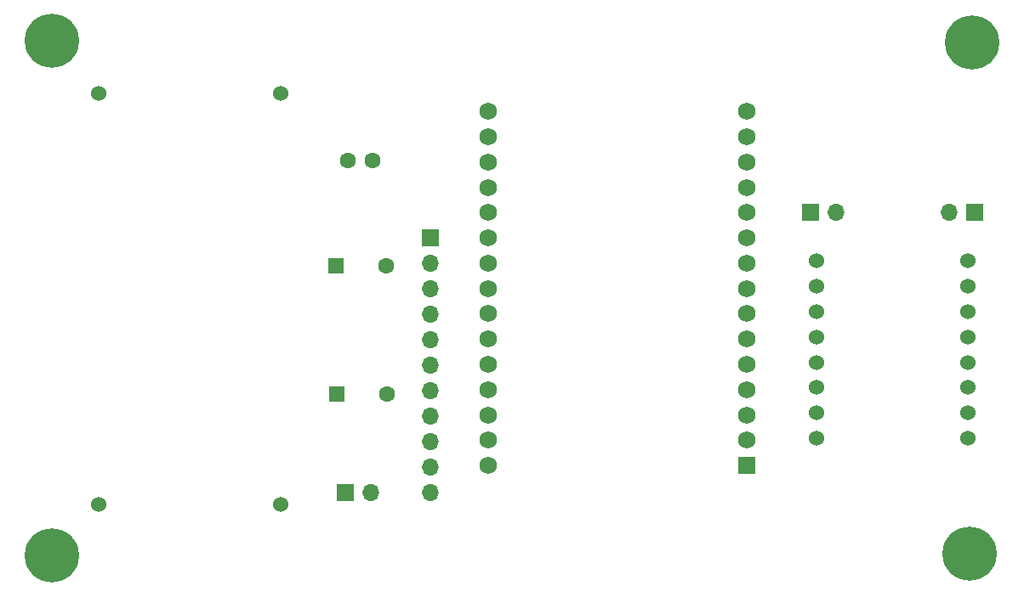
<source format=gbs>
G04 #@! TF.GenerationSoftware,KiCad,Pcbnew,7.0.7*
G04 #@! TF.CreationDate,2024-05-28T19:52:44+02:00*
G04 #@! TF.ProjectId,linefollower_pcb,6c696e65-666f-46c6-9c6f-7765725f7063,rev?*
G04 #@! TF.SameCoordinates,Original*
G04 #@! TF.FileFunction,Soldermask,Bot*
G04 #@! TF.FilePolarity,Negative*
%FSLAX46Y46*%
G04 Gerber Fmt 4.6, Leading zero omitted, Abs format (unit mm)*
G04 Created by KiCad (PCBNEW 7.0.7) date 2024-05-28 19:52:44*
%MOMM*%
%LPD*%
G01*
G04 APERTURE LIST*
G04 Aperture macros list*
%AMRoundRect*
0 Rectangle with rounded corners*
0 $1 Rounding radius*
0 $2 $3 $4 $5 $6 $7 $8 $9 X,Y pos of 4 corners*
0 Add a 4 corners polygon primitive as box body*
4,1,4,$2,$3,$4,$5,$6,$7,$8,$9,$2,$3,0*
0 Add four circle primitives for the rounded corners*
1,1,$1+$1,$2,$3*
1,1,$1+$1,$4,$5*
1,1,$1+$1,$6,$7*
1,1,$1+$1,$8,$9*
0 Add four rect primitives between the rounded corners*
20,1,$1+$1,$2,$3,$4,$5,0*
20,1,$1+$1,$4,$5,$6,$7,0*
20,1,$1+$1,$6,$7,$8,$9,0*
20,1,$1+$1,$8,$9,$2,$3,0*%
G04 Aperture macros list end*
%ADD10R,1.700000X1.700000*%
%ADD11O,1.700000X1.700000*%
%ADD12C,0.800000*%
%ADD13C,5.400000*%
%ADD14R,1.600000X1.600000*%
%ADD15C,1.600000*%
%ADD16C,1.524000*%
%ADD17RoundRect,0.102000X-0.765000X-0.765000X0.765000X-0.765000X0.765000X0.765000X-0.765000X0.765000X0*%
%ADD18C,1.734000*%
G04 APERTURE END LIST*
D10*
X105300000Y-89640000D03*
D11*
X105300000Y-92180000D03*
X105300000Y-94720000D03*
X105300000Y-97260000D03*
X105300000Y-99800000D03*
X105300000Y-102340000D03*
X105300000Y-104880000D03*
X105300000Y-107420000D03*
X105300000Y-109960000D03*
X105300000Y-112500000D03*
X105300000Y-115040000D03*
D12*
X65625000Y-70050000D03*
X66218109Y-68618109D03*
X66218109Y-71481891D03*
X67650000Y-68025000D03*
D13*
X67650000Y-70050000D03*
D12*
X67650000Y-72075000D03*
X69081891Y-68618109D03*
X69081891Y-71481891D03*
X69675000Y-70050000D03*
D14*
X95957349Y-105215000D03*
D15*
X100957349Y-105215000D03*
D16*
X158820000Y-102060000D03*
X158820000Y-91980000D03*
X158820000Y-99540000D03*
X158820000Y-97020000D03*
X158820000Y-104580000D03*
X158820000Y-94500000D03*
X143700000Y-94500000D03*
X143700000Y-97020000D03*
X143700000Y-99540000D03*
X143700000Y-91980000D03*
X143700000Y-102060000D03*
X158820000Y-107100000D03*
X143700000Y-104580000D03*
X143700000Y-107100000D03*
X143700000Y-109620000D03*
X158820000Y-109620000D03*
D10*
X143160000Y-87100000D03*
D11*
X145700000Y-87100000D03*
D14*
X95860000Y-92415000D03*
D15*
X100860000Y-92415000D03*
D17*
X136750000Y-112350000D03*
D18*
X111050000Y-77070000D03*
X111050000Y-79590000D03*
X111050000Y-82110000D03*
X111050000Y-84630000D03*
X111050000Y-87150000D03*
X111050000Y-89670000D03*
X111050000Y-92190000D03*
X111050000Y-94710000D03*
X111050000Y-97230000D03*
X111050000Y-99750000D03*
X111050000Y-102270000D03*
X111050000Y-104790000D03*
X111050000Y-109830000D03*
X111050000Y-107310000D03*
X111050000Y-112350000D03*
X136750000Y-107310000D03*
X136750000Y-104790000D03*
X136750000Y-102270000D03*
X136750000Y-94710000D03*
X136750000Y-92190000D03*
X136750000Y-89670000D03*
X136750000Y-109830000D03*
X136750000Y-87150000D03*
X136750000Y-99750000D03*
X136750000Y-97230000D03*
X136750000Y-79590000D03*
X136750000Y-77070000D03*
X136750000Y-82110000D03*
X136750000Y-84630000D03*
D16*
X90350000Y-116200000D03*
X72250000Y-116200000D03*
X90350000Y-75300000D03*
X72250000Y-75300000D03*
D15*
X97060000Y-81915000D03*
X99560000Y-81915000D03*
D12*
X157225000Y-70150000D03*
X157818109Y-68718109D03*
X157818109Y-71581891D03*
X159250000Y-68125000D03*
D13*
X159250000Y-70150000D03*
D12*
X159250000Y-72175000D03*
X160681891Y-68718109D03*
X160681891Y-71581891D03*
X161275000Y-70150000D03*
X156925000Y-121175000D03*
X157518109Y-119743109D03*
X157518109Y-122606891D03*
X158950000Y-119150000D03*
D13*
X158950000Y-121175000D03*
D12*
X158950000Y-123200000D03*
X160381891Y-119743109D03*
X160381891Y-122606891D03*
X160975000Y-121175000D03*
X65550000Y-121350000D03*
X66143109Y-119918109D03*
X66143109Y-122781891D03*
X67575000Y-119325000D03*
D13*
X67575000Y-121350000D03*
D12*
X67575000Y-123375000D03*
X69006891Y-119918109D03*
X69006891Y-122781891D03*
X69600000Y-121350000D03*
D10*
X159500000Y-87100000D03*
D11*
X156960000Y-87100000D03*
D10*
X96785000Y-115015000D03*
D11*
X99325000Y-115015000D03*
M02*

</source>
